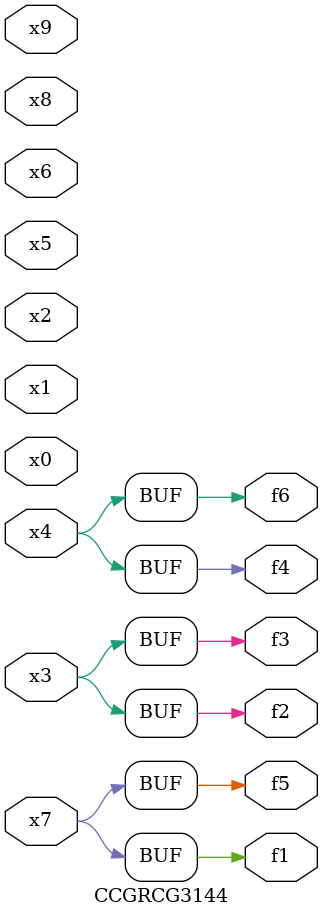
<source format=v>
module CCGRCG3144(
	input x0, x1, x2, x3, x4, x5, x6, x7, x8, x9,
	output f1, f2, f3, f4, f5, f6
);
	assign f1 = x7;
	assign f2 = x3;
	assign f3 = x3;
	assign f4 = x4;
	assign f5 = x7;
	assign f6 = x4;
endmodule

</source>
